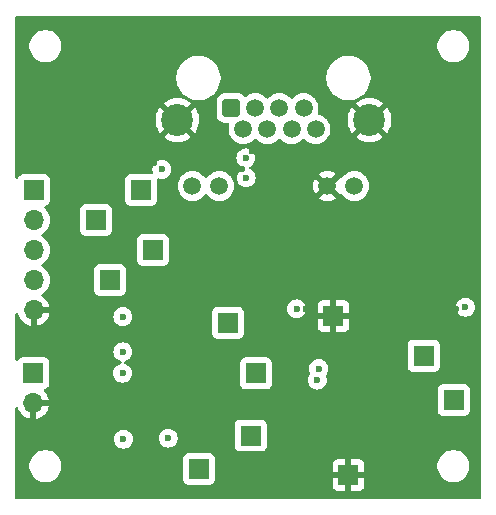
<source format=gbr>
%TF.GenerationSoftware,KiCad,Pcbnew,8.0.1*%
%TF.CreationDate,2024-08-08T22:12:17-07:00*%
%TF.ProjectId,spi_ethernet_mcu_side,7370695f-6574-4686-9572-6e65745f6d63,rev?*%
%TF.SameCoordinates,Original*%
%TF.FileFunction,Copper,L2,Inr*%
%TF.FilePolarity,Positive*%
%FSLAX46Y46*%
G04 Gerber Fmt 4.6, Leading zero omitted, Abs format (unit mm)*
G04 Created by KiCad (PCBNEW 8.0.1) date 2024-08-08 22:12:17*
%MOMM*%
%LPD*%
G01*
G04 APERTURE LIST*
G04 Aperture macros list*
%AMRoundRect*
0 Rectangle with rounded corners*
0 $1 Rounding radius*
0 $2 $3 $4 $5 $6 $7 $8 $9 X,Y pos of 4 corners*
0 Add a 4 corners polygon primitive as box body*
4,1,4,$2,$3,$4,$5,$6,$7,$8,$9,$2,$3,0*
0 Add four circle primitives for the rounded corners*
1,1,$1+$1,$2,$3*
1,1,$1+$1,$4,$5*
1,1,$1+$1,$6,$7*
1,1,$1+$1,$8,$9*
0 Add four rect primitives between the rounded corners*
20,1,$1+$1,$2,$3,$4,$5,0*
20,1,$1+$1,$4,$5,$6,$7,0*
20,1,$1+$1,$6,$7,$8,$9,0*
20,1,$1+$1,$8,$9,$2,$3,0*%
G04 Aperture macros list end*
%TA.AperFunction,ComponentPad*%
%ADD10R,1.700000X1.700000*%
%TD*%
%TA.AperFunction,ComponentPad*%
%ADD11C,2.700000*%
%TD*%
%TA.AperFunction,ComponentPad*%
%ADD12C,1.500000*%
%TD*%
%TA.AperFunction,ComponentPad*%
%ADD13RoundRect,0.250000X0.500000X0.500000X-0.500000X0.500000X-0.500000X-0.500000X0.500000X-0.500000X0*%
%TD*%
%TA.AperFunction,ComponentPad*%
%ADD14O,1.700000X1.700000*%
%TD*%
%TA.AperFunction,ViaPad*%
%ADD15C,0.600000*%
%TD*%
G04 APERTURE END LIST*
D10*
%TO.N,/SPI1_SCK_B*%
%TO.C,TP5*%
X145821400Y-87350600D03*
%TD*%
%TO.N,/SPI1_SCK_A*%
%TO.C,TP4*%
X143281400Y-83616800D03*
%TD*%
%TO.N,/SPI1_SDO_Z*%
%TO.C,TP2*%
X128625600Y-90373200D03*
%TD*%
%TO.N,/SPI1_SDO_Y*%
%TO.C,TP1*%
X124256800Y-93218000D03*
%TD*%
%TO.N,/SPI1_SCK*%
%TO.C,TP9*%
X119354600Y-69596000D03*
%TD*%
%TO.N,/SPI1_~{CS}*%
%TO.C,TP10*%
X115544600Y-72110600D03*
%TD*%
%TO.N,/SPI1_SDI_B*%
%TO.C,TP3*%
X129082800Y-85115400D03*
%TD*%
%TO.N,/SPI1_SDI*%
%TO.C,TP12*%
X116713000Y-77216000D03*
%TD*%
%TO.N,/SPI1_SDO*%
%TO.C,TP11*%
X120370600Y-74676000D03*
%TD*%
D11*
%TO.N,GND*%
%TO.C,J1*%
X138688000Y-63663400D03*
X122428000Y-63663400D03*
D12*
%TO.N,Net-(J1-Pad12)*%
X137418000Y-69243400D03*
%TO.N,GND*%
X135128000Y-69243400D03*
%TO.N,+3V3*%
X125988000Y-69243400D03*
%TO.N,Net-(J1-Pad9)*%
X123698000Y-69243400D03*
%TO.N,Net-(J1-Pad8)*%
X134128000Y-64423400D03*
%TO.N,Net-(J1-Pad7)*%
X133108000Y-62643400D03*
%TO.N,/SPI1_SDI_A*%
X132088000Y-64423400D03*
%TO.N,/SPI1_SCK_B*%
X131068000Y-62643400D03*
%TO.N,/SPI1_SCK_A*%
X130048000Y-64423400D03*
%TO.N,/SPI1_SDI_B*%
X129028000Y-62643400D03*
%TO.N,/SPI1_SDO_Z*%
X128008000Y-64423400D03*
D13*
%TO.N,/SPI1_SDO_Y*%
X126988000Y-62643400D03*
%TD*%
D10*
%TO.N,/SPI1_SDI_A*%
%TO.C,TP6*%
X126695200Y-80822800D03*
%TD*%
%TO.N,GND*%
%TO.C,TP8*%
X135636000Y-80264000D03*
%TD*%
%TO.N,/SPI1_SCK*%
%TO.C,J4*%
X110263200Y-69596000D03*
D14*
%TO.N,/SPI1_~{CS}*%
X110263200Y-72136000D03*
%TO.N,/SPI1_SDO*%
X110263200Y-74676000D03*
%TO.N,/SPI1_SDI*%
X110263200Y-77216000D03*
%TO.N,GND*%
X110263200Y-79756000D03*
%TD*%
D10*
%TO.N,+3V3*%
%TO.C,J3*%
X110236000Y-85085000D03*
D14*
%TO.N,GND*%
X110236000Y-87625000D03*
%TD*%
D10*
%TO.N,GND*%
%TO.C,TP7*%
X136906000Y-93726000D03*
%TD*%
D15*
%TO.N,GND*%
X146032485Y-79681888D03*
%TO.N,/SPI1_SCK_B*%
X146812000Y-79502000D03*
%TO.N,GND*%
X117856000Y-92202000D03*
%TO.N,+3V3*%
X117856000Y-90678000D03*
%TO.N,/SPI1_SCK*%
X121107200Y-67843400D03*
%TO.N,+3V3*%
X134264400Y-85674200D03*
X134391400Y-84709000D03*
X121640600Y-90601800D03*
X117805200Y-80314800D03*
X117805200Y-83286600D03*
X117779800Y-85090000D03*
%TO.N,GND*%
X136804400Y-88950800D03*
X137490200Y-74422000D03*
X128770192Y-66298189D03*
X137414000Y-83820000D03*
X128930400Y-87757000D03*
X120483976Y-67341807D03*
X120650000Y-82296000D03*
X137871200Y-84734400D03*
X133310804Y-79694351D03*
X120751600Y-88888800D03*
X136804400Y-90271600D03*
X127902130Y-67831607D03*
X121285000Y-83312000D03*
%TO.N,/SPI1_SDI_A*%
X128244600Y-68554600D03*
%TO.N,/SPI1_SDI_B*%
X128219200Y-66878200D03*
%TO.N,/SPI1_SCK*%
X132511800Y-79654400D03*
%TD*%
%TA.AperFunction,Conductor*%
%TO.N,GND*%
G36*
X148032539Y-54876185D02*
G01*
X148078294Y-54928989D01*
X148089500Y-54980500D01*
X148089500Y-95641500D01*
X148069815Y-95708539D01*
X148017011Y-95754294D01*
X147965500Y-95765500D01*
X108828500Y-95765500D01*
X108761461Y-95745815D01*
X108715706Y-95693011D01*
X108704500Y-95641500D01*
X108704500Y-94623844D01*
X135556000Y-94623844D01*
X135562401Y-94683372D01*
X135562403Y-94683379D01*
X135612645Y-94818086D01*
X135612649Y-94818093D01*
X135698809Y-94933187D01*
X135698812Y-94933190D01*
X135813906Y-95019350D01*
X135813913Y-95019354D01*
X135948620Y-95069596D01*
X135948627Y-95069598D01*
X136008155Y-95075999D01*
X136008172Y-95076000D01*
X136656000Y-95076000D01*
X136656000Y-94159012D01*
X136713007Y-94191925D01*
X136840174Y-94226000D01*
X136971826Y-94226000D01*
X137098993Y-94191925D01*
X137156000Y-94159012D01*
X137156000Y-95076000D01*
X137803828Y-95076000D01*
X137803844Y-95075999D01*
X137863372Y-95069598D01*
X137863379Y-95069596D01*
X137998086Y-95019354D01*
X137998093Y-95019350D01*
X138113187Y-94933190D01*
X138113190Y-94933187D01*
X138199350Y-94818093D01*
X138199354Y-94818086D01*
X138249596Y-94683379D01*
X138249598Y-94683372D01*
X138255999Y-94623844D01*
X138256000Y-94623827D01*
X138256000Y-93976000D01*
X137339012Y-93976000D01*
X137371925Y-93918993D01*
X137406000Y-93791826D01*
X137406000Y-93660174D01*
X137371925Y-93533007D01*
X137339012Y-93476000D01*
X138256000Y-93476000D01*
X138256000Y-93070286D01*
X144445500Y-93070286D01*
X144475559Y-93260075D01*
X144478754Y-93280243D01*
X144493589Y-93325901D01*
X144544444Y-93482414D01*
X144640951Y-93671820D01*
X144765890Y-93843786D01*
X144916213Y-93994109D01*
X145088179Y-94119048D01*
X145088181Y-94119049D01*
X145088184Y-94119051D01*
X145277588Y-94215557D01*
X145479757Y-94281246D01*
X145689713Y-94314500D01*
X145689714Y-94314500D01*
X145902286Y-94314500D01*
X145902287Y-94314500D01*
X146112243Y-94281246D01*
X146314412Y-94215557D01*
X146503816Y-94119051D01*
X146525789Y-94103086D01*
X146675786Y-93994109D01*
X146675788Y-93994106D01*
X146675792Y-93994104D01*
X146826104Y-93843792D01*
X146826106Y-93843788D01*
X146826109Y-93843786D01*
X146951048Y-93671820D01*
X146951047Y-93671820D01*
X146951051Y-93671816D01*
X147047557Y-93482412D01*
X147113246Y-93280243D01*
X147146500Y-93070287D01*
X147146500Y-92857713D01*
X147113246Y-92647757D01*
X147047557Y-92445588D01*
X146951051Y-92256184D01*
X146951049Y-92256181D01*
X146951048Y-92256179D01*
X146826109Y-92084213D01*
X146675786Y-91933890D01*
X146503820Y-91808951D01*
X146314414Y-91712444D01*
X146314413Y-91712443D01*
X146314412Y-91712443D01*
X146112243Y-91646754D01*
X146112241Y-91646753D01*
X146112240Y-91646753D01*
X145950957Y-91621208D01*
X145902287Y-91613500D01*
X145689713Y-91613500D01*
X145641042Y-91621208D01*
X145479760Y-91646753D01*
X145277585Y-91712444D01*
X145088179Y-91808951D01*
X144916213Y-91933890D01*
X144765890Y-92084213D01*
X144640951Y-92256179D01*
X144544444Y-92445585D01*
X144478753Y-92647760D01*
X144445500Y-92857713D01*
X144445500Y-93070286D01*
X138256000Y-93070286D01*
X138256000Y-92828172D01*
X138255999Y-92828155D01*
X138249598Y-92768627D01*
X138249596Y-92768620D01*
X138199354Y-92633913D01*
X138199350Y-92633906D01*
X138113190Y-92518812D01*
X138113187Y-92518809D01*
X137998093Y-92432649D01*
X137998086Y-92432645D01*
X137863379Y-92382403D01*
X137863372Y-92382401D01*
X137803844Y-92376000D01*
X137156000Y-92376000D01*
X137156000Y-93292988D01*
X137098993Y-93260075D01*
X136971826Y-93226000D01*
X136840174Y-93226000D01*
X136713007Y-93260075D01*
X136656000Y-93292988D01*
X136656000Y-92376000D01*
X136008155Y-92376000D01*
X135948627Y-92382401D01*
X135948620Y-92382403D01*
X135813913Y-92432645D01*
X135813906Y-92432649D01*
X135698812Y-92518809D01*
X135698809Y-92518812D01*
X135612649Y-92633906D01*
X135612645Y-92633913D01*
X135562403Y-92768620D01*
X135562401Y-92768627D01*
X135556000Y-92828155D01*
X135556000Y-93476000D01*
X136472988Y-93476000D01*
X136440075Y-93533007D01*
X136406000Y-93660174D01*
X136406000Y-93791826D01*
X136440075Y-93918993D01*
X136472988Y-93976000D01*
X135556000Y-93976000D01*
X135556000Y-94623844D01*
X108704500Y-94623844D01*
X108704500Y-93070286D01*
X109901500Y-93070286D01*
X109931559Y-93260075D01*
X109934754Y-93280243D01*
X109949589Y-93325901D01*
X110000444Y-93482414D01*
X110096951Y-93671820D01*
X110221890Y-93843786D01*
X110372213Y-93994109D01*
X110544179Y-94119048D01*
X110544181Y-94119049D01*
X110544184Y-94119051D01*
X110733588Y-94215557D01*
X110935757Y-94281246D01*
X111145713Y-94314500D01*
X111145714Y-94314500D01*
X111358286Y-94314500D01*
X111358287Y-94314500D01*
X111568243Y-94281246D01*
X111770412Y-94215557D01*
X111959816Y-94119051D01*
X111964194Y-94115870D01*
X122906300Y-94115870D01*
X122906301Y-94115876D01*
X122912708Y-94175483D01*
X122963002Y-94310328D01*
X122963006Y-94310335D01*
X123049252Y-94425544D01*
X123049255Y-94425547D01*
X123164464Y-94511793D01*
X123164471Y-94511797D01*
X123299317Y-94562091D01*
X123299316Y-94562091D01*
X123306244Y-94562835D01*
X123358927Y-94568500D01*
X125154672Y-94568499D01*
X125214283Y-94562091D01*
X125349131Y-94511796D01*
X125464346Y-94425546D01*
X125550596Y-94310331D01*
X125600891Y-94175483D01*
X125607300Y-94115873D01*
X125607299Y-92320128D01*
X125600891Y-92260517D01*
X125550596Y-92125669D01*
X125550595Y-92125668D01*
X125550593Y-92125664D01*
X125464347Y-92010455D01*
X125464344Y-92010452D01*
X125349135Y-91924206D01*
X125349128Y-91924202D01*
X125214282Y-91873908D01*
X125214283Y-91873908D01*
X125154683Y-91867501D01*
X125154681Y-91867500D01*
X125154673Y-91867500D01*
X125154664Y-91867500D01*
X123358929Y-91867500D01*
X123358923Y-91867501D01*
X123299316Y-91873908D01*
X123164471Y-91924202D01*
X123164464Y-91924206D01*
X123049255Y-92010452D01*
X123049252Y-92010455D01*
X122963006Y-92125664D01*
X122963002Y-92125671D01*
X122912708Y-92260517D01*
X122906301Y-92320116D01*
X122906301Y-92320123D01*
X122906300Y-92320135D01*
X122906300Y-94115870D01*
X111964194Y-94115870D01*
X111981789Y-94103086D01*
X112131786Y-93994109D01*
X112131788Y-93994106D01*
X112131792Y-93994104D01*
X112282104Y-93843792D01*
X112282106Y-93843788D01*
X112282109Y-93843786D01*
X112407048Y-93671820D01*
X112407047Y-93671820D01*
X112407051Y-93671816D01*
X112503557Y-93482412D01*
X112569246Y-93280243D01*
X112602500Y-93070287D01*
X112602500Y-92857713D01*
X112569246Y-92647757D01*
X112503557Y-92445588D01*
X112407051Y-92256184D01*
X112407049Y-92256181D01*
X112407048Y-92256179D01*
X112282109Y-92084213D01*
X112131786Y-91933890D01*
X111959820Y-91808951D01*
X111770414Y-91712444D01*
X111770413Y-91712443D01*
X111770412Y-91712443D01*
X111568243Y-91646754D01*
X111568241Y-91646753D01*
X111568240Y-91646753D01*
X111406957Y-91621208D01*
X111358287Y-91613500D01*
X111145713Y-91613500D01*
X111097042Y-91621208D01*
X110935760Y-91646753D01*
X110733585Y-91712444D01*
X110544179Y-91808951D01*
X110372213Y-91933890D01*
X110221890Y-92084213D01*
X110096951Y-92256179D01*
X110000444Y-92445585D01*
X109934753Y-92647760D01*
X109901500Y-92857713D01*
X109901500Y-93070286D01*
X108704500Y-93070286D01*
X108704500Y-90678003D01*
X117050435Y-90678003D01*
X117070630Y-90857249D01*
X117070631Y-90857254D01*
X117130211Y-91027523D01*
X117178304Y-91104062D01*
X117226184Y-91180262D01*
X117353738Y-91307816D01*
X117506478Y-91403789D01*
X117516698Y-91407365D01*
X117676745Y-91463368D01*
X117676750Y-91463369D01*
X117855996Y-91483565D01*
X117856000Y-91483565D01*
X117856004Y-91483565D01*
X118035249Y-91463369D01*
X118035252Y-91463368D01*
X118035255Y-91463368D01*
X118205522Y-91403789D01*
X118358262Y-91307816D01*
X118485816Y-91180262D01*
X118581789Y-91027522D01*
X118641368Y-90857255D01*
X118649954Y-90781054D01*
X118661565Y-90678003D01*
X118661565Y-90677996D01*
X118652980Y-90601803D01*
X120835035Y-90601803D01*
X120855230Y-90781049D01*
X120855231Y-90781054D01*
X120914811Y-90951323D01*
X120962691Y-91027523D01*
X121010784Y-91104062D01*
X121138338Y-91231616D01*
X121291078Y-91327589D01*
X121461345Y-91387168D01*
X121461350Y-91387169D01*
X121640596Y-91407365D01*
X121640600Y-91407365D01*
X121640604Y-91407365D01*
X121819849Y-91387169D01*
X121819852Y-91387168D01*
X121819855Y-91387168D01*
X121990122Y-91327589D01*
X122080071Y-91271070D01*
X127275100Y-91271070D01*
X127275101Y-91271076D01*
X127281508Y-91330683D01*
X127331802Y-91465528D01*
X127331806Y-91465535D01*
X127418052Y-91580744D01*
X127418055Y-91580747D01*
X127533264Y-91666993D01*
X127533271Y-91666997D01*
X127668117Y-91717291D01*
X127668116Y-91717291D01*
X127675044Y-91718035D01*
X127727727Y-91723700D01*
X129523472Y-91723699D01*
X129583083Y-91717291D01*
X129717931Y-91666996D01*
X129833146Y-91580746D01*
X129919396Y-91465531D01*
X129969691Y-91330683D01*
X129976100Y-91271073D01*
X129976099Y-89475328D01*
X129969691Y-89415717D01*
X129919396Y-89280869D01*
X129919395Y-89280868D01*
X129919393Y-89280864D01*
X129833147Y-89165655D01*
X129833144Y-89165652D01*
X129717935Y-89079406D01*
X129717928Y-89079402D01*
X129583082Y-89029108D01*
X129583083Y-89029108D01*
X129523483Y-89022701D01*
X129523481Y-89022700D01*
X129523473Y-89022700D01*
X129523464Y-89022700D01*
X127727729Y-89022700D01*
X127727723Y-89022701D01*
X127668116Y-89029108D01*
X127533271Y-89079402D01*
X127533264Y-89079406D01*
X127418055Y-89165652D01*
X127418052Y-89165655D01*
X127331806Y-89280864D01*
X127331802Y-89280871D01*
X127281508Y-89415717D01*
X127275101Y-89475316D01*
X127275101Y-89475323D01*
X127275100Y-89475335D01*
X127275100Y-91271070D01*
X122080071Y-91271070D01*
X122142862Y-91231616D01*
X122270416Y-91104062D01*
X122366389Y-90951322D01*
X122425968Y-90781055D01*
X122437579Y-90678003D01*
X122446165Y-90601803D01*
X122446165Y-90601796D01*
X122425969Y-90422550D01*
X122425968Y-90422545D01*
X122366389Y-90252278D01*
X122270416Y-90099538D01*
X122142862Y-89971984D01*
X121990123Y-89876011D01*
X121819854Y-89816431D01*
X121819849Y-89816430D01*
X121640604Y-89796235D01*
X121640596Y-89796235D01*
X121461350Y-89816430D01*
X121461345Y-89816431D01*
X121291076Y-89876011D01*
X121138337Y-89971984D01*
X121010784Y-90099537D01*
X120914811Y-90252276D01*
X120855231Y-90422545D01*
X120855230Y-90422550D01*
X120835035Y-90601796D01*
X120835035Y-90601803D01*
X118652980Y-90601803D01*
X118641369Y-90498750D01*
X118641368Y-90498745D01*
X118581788Y-90328476D01*
X118485815Y-90175737D01*
X118358262Y-90048184D01*
X118205523Y-89952211D01*
X118035254Y-89892631D01*
X118035249Y-89892630D01*
X117856004Y-89872435D01*
X117855996Y-89872435D01*
X117676750Y-89892630D01*
X117676745Y-89892631D01*
X117506476Y-89952211D01*
X117353737Y-90048184D01*
X117226184Y-90175737D01*
X117130211Y-90328476D01*
X117070631Y-90498745D01*
X117070630Y-90498750D01*
X117050435Y-90677996D01*
X117050435Y-90678003D01*
X108704500Y-90678003D01*
X108704500Y-88067239D01*
X108724185Y-88000200D01*
X108776989Y-87954445D01*
X108846147Y-87944501D01*
X108909703Y-87973526D01*
X108947477Y-88032304D01*
X108948275Y-88035146D01*
X108962566Y-88088483D01*
X108962570Y-88088492D01*
X109062399Y-88302578D01*
X109197894Y-88496082D01*
X109364917Y-88663105D01*
X109558421Y-88798600D01*
X109772507Y-88898429D01*
X109772516Y-88898433D01*
X109986000Y-88955634D01*
X109986000Y-88058012D01*
X110043007Y-88090925D01*
X110170174Y-88125000D01*
X110301826Y-88125000D01*
X110428993Y-88090925D01*
X110486000Y-88058012D01*
X110486000Y-88955633D01*
X110699483Y-88898433D01*
X110699492Y-88898429D01*
X110913578Y-88798600D01*
X111107082Y-88663105D01*
X111274105Y-88496082D01*
X111409600Y-88302578D01*
X111434831Y-88248470D01*
X144470900Y-88248470D01*
X144470901Y-88248476D01*
X144477308Y-88308083D01*
X144527602Y-88442928D01*
X144527606Y-88442935D01*
X144613852Y-88558144D01*
X144613855Y-88558147D01*
X144729064Y-88644393D01*
X144729071Y-88644397D01*
X144863917Y-88694691D01*
X144863916Y-88694691D01*
X144870844Y-88695435D01*
X144923527Y-88701100D01*
X146719272Y-88701099D01*
X146778883Y-88694691D01*
X146913731Y-88644396D01*
X147028946Y-88558146D01*
X147115196Y-88442931D01*
X147165491Y-88308083D01*
X147171900Y-88248473D01*
X147171899Y-86452728D01*
X147165491Y-86393117D01*
X147160150Y-86378798D01*
X147115197Y-86258271D01*
X147115193Y-86258264D01*
X147028947Y-86143055D01*
X147028944Y-86143052D01*
X146913735Y-86056806D01*
X146913728Y-86056802D01*
X146778882Y-86006508D01*
X146778883Y-86006508D01*
X146719283Y-86000101D01*
X146719281Y-86000100D01*
X146719273Y-86000100D01*
X146719264Y-86000100D01*
X144923529Y-86000100D01*
X144923523Y-86000101D01*
X144863916Y-86006508D01*
X144729071Y-86056802D01*
X144729064Y-86056806D01*
X144613855Y-86143052D01*
X144613852Y-86143055D01*
X144527606Y-86258264D01*
X144527602Y-86258271D01*
X144477308Y-86393117D01*
X144470901Y-86452716D01*
X144470901Y-86452723D01*
X144470900Y-86452735D01*
X144470900Y-88248470D01*
X111434831Y-88248470D01*
X111509429Y-88088492D01*
X111509432Y-88088486D01*
X111566636Y-87875000D01*
X110669012Y-87875000D01*
X110701925Y-87817993D01*
X110736000Y-87690826D01*
X110736000Y-87559174D01*
X110701925Y-87432007D01*
X110669012Y-87375000D01*
X111566636Y-87375000D01*
X111566635Y-87374999D01*
X111509432Y-87161513D01*
X111509429Y-87161507D01*
X111409600Y-86947422D01*
X111409599Y-86947420D01*
X111274113Y-86753926D01*
X111274108Y-86753920D01*
X111152053Y-86631865D01*
X111118568Y-86570542D01*
X111123552Y-86500850D01*
X111165424Y-86444917D01*
X111196400Y-86428002D01*
X111328331Y-86378796D01*
X111443546Y-86292546D01*
X111529796Y-86177331D01*
X111580091Y-86042483D01*
X111583232Y-86013270D01*
X127732300Y-86013270D01*
X127732301Y-86013276D01*
X127738708Y-86072883D01*
X127789002Y-86207728D01*
X127789006Y-86207735D01*
X127875252Y-86322944D01*
X127875255Y-86322947D01*
X127990464Y-86409193D01*
X127990471Y-86409197D01*
X128125317Y-86459491D01*
X128125316Y-86459491D01*
X128126042Y-86459569D01*
X128184927Y-86465900D01*
X129980672Y-86465899D01*
X130040283Y-86459491D01*
X130175131Y-86409196D01*
X130290346Y-86322946D01*
X130376596Y-86207731D01*
X130426891Y-86072883D01*
X130433300Y-86013273D01*
X130433300Y-85674203D01*
X133458835Y-85674203D01*
X133479030Y-85853449D01*
X133479031Y-85853454D01*
X133538611Y-86023723D01*
X133559399Y-86056806D01*
X133634584Y-86176462D01*
X133762138Y-86304016D01*
X133852480Y-86360782D01*
X133903939Y-86393116D01*
X133914878Y-86399989D01*
X134084925Y-86459491D01*
X134085145Y-86459568D01*
X134085150Y-86459569D01*
X134264396Y-86479765D01*
X134264400Y-86479765D01*
X134264404Y-86479765D01*
X134443649Y-86459569D01*
X134443652Y-86459568D01*
X134443655Y-86459568D01*
X134613922Y-86399989D01*
X134766662Y-86304016D01*
X134894216Y-86176462D01*
X134990189Y-86023722D01*
X135049768Y-85853455D01*
X135054012Y-85815788D01*
X135069965Y-85674203D01*
X135069965Y-85674196D01*
X135049769Y-85494950D01*
X135049767Y-85494940D01*
X135022860Y-85418047D01*
X134994565Y-85337186D01*
X134991003Y-85267410D01*
X135018601Y-85218083D01*
X135016875Y-85216706D01*
X135021215Y-85211263D01*
X135050210Y-85165119D01*
X135117189Y-85058522D01*
X135176768Y-84888255D01*
X135183969Y-84824344D01*
X135196965Y-84709003D01*
X135196965Y-84708996D01*
X135176769Y-84529750D01*
X135176768Y-84529745D01*
X135171493Y-84514670D01*
X141930900Y-84514670D01*
X141930901Y-84514676D01*
X141937308Y-84574283D01*
X141987602Y-84709128D01*
X141987606Y-84709135D01*
X142073852Y-84824344D01*
X142073855Y-84824347D01*
X142189064Y-84910593D01*
X142189071Y-84910597D01*
X142323917Y-84960891D01*
X142323916Y-84960891D01*
X142330844Y-84961635D01*
X142383527Y-84967300D01*
X144179272Y-84967299D01*
X144238883Y-84960891D01*
X144373731Y-84910596D01*
X144488946Y-84824346D01*
X144575196Y-84709131D01*
X144625491Y-84574283D01*
X144631900Y-84514673D01*
X144631899Y-82718928D01*
X144625491Y-82659317D01*
X144624546Y-82656784D01*
X144575197Y-82524471D01*
X144575193Y-82524464D01*
X144488947Y-82409255D01*
X144488944Y-82409252D01*
X144373735Y-82323006D01*
X144373728Y-82323002D01*
X144238882Y-82272708D01*
X144238883Y-82272708D01*
X144179283Y-82266301D01*
X144179281Y-82266300D01*
X144179273Y-82266300D01*
X144179264Y-82266300D01*
X142383529Y-82266300D01*
X142383523Y-82266301D01*
X142323916Y-82272708D01*
X142189071Y-82323002D01*
X142189064Y-82323006D01*
X142073855Y-82409252D01*
X142073852Y-82409255D01*
X141987606Y-82524464D01*
X141987602Y-82524471D01*
X141937308Y-82659317D01*
X141930901Y-82718916D01*
X141930901Y-82718923D01*
X141930900Y-82718935D01*
X141930900Y-84514670D01*
X135171493Y-84514670D01*
X135171491Y-84514664D01*
X135117189Y-84359478D01*
X135021216Y-84206738D01*
X134893662Y-84079184D01*
X134804348Y-84023064D01*
X134740923Y-83983211D01*
X134570654Y-83923631D01*
X134570649Y-83923630D01*
X134391404Y-83903435D01*
X134391396Y-83903435D01*
X134212150Y-83923630D01*
X134212145Y-83923631D01*
X134041876Y-83983211D01*
X133889137Y-84079184D01*
X133761584Y-84206737D01*
X133665611Y-84359476D01*
X133606031Y-84529745D01*
X133606030Y-84529750D01*
X133585835Y-84708996D01*
X133585835Y-84709003D01*
X133606030Y-84888249D01*
X133606032Y-84888257D01*
X133661233Y-85046013D01*
X133664794Y-85115792D01*
X133637209Y-85165119D01*
X133638928Y-85166490D01*
X133634586Y-85171934D01*
X133538611Y-85324676D01*
X133479031Y-85494945D01*
X133479030Y-85494950D01*
X133458835Y-85674196D01*
X133458835Y-85674203D01*
X130433300Y-85674203D01*
X130433299Y-84217528D01*
X130426891Y-84157917D01*
X130415552Y-84127516D01*
X130376597Y-84023071D01*
X130376593Y-84023064D01*
X130290347Y-83907855D01*
X130290344Y-83907852D01*
X130175135Y-83821606D01*
X130175128Y-83821602D01*
X130040282Y-83771308D01*
X130040283Y-83771308D01*
X129980683Y-83764901D01*
X129980681Y-83764900D01*
X129980673Y-83764900D01*
X129980664Y-83764900D01*
X128184929Y-83764900D01*
X128184923Y-83764901D01*
X128125316Y-83771308D01*
X127990471Y-83821602D01*
X127990464Y-83821606D01*
X127875255Y-83907852D01*
X127875252Y-83907855D01*
X127789006Y-84023064D01*
X127789002Y-84023071D01*
X127738708Y-84157917D01*
X127735568Y-84187127D01*
X127732301Y-84217523D01*
X127732300Y-84217535D01*
X127732300Y-86013270D01*
X111583232Y-86013270D01*
X111586500Y-85982873D01*
X111586500Y-85090003D01*
X116974235Y-85090003D01*
X116994430Y-85269249D01*
X116994431Y-85269254D01*
X117054011Y-85439523D01*
X117149984Y-85592262D01*
X117277538Y-85719816D01*
X117430278Y-85815789D01*
X117600545Y-85875368D01*
X117600550Y-85875369D01*
X117779796Y-85895565D01*
X117779800Y-85895565D01*
X117779804Y-85895565D01*
X117959049Y-85875369D01*
X117959052Y-85875368D01*
X117959055Y-85875368D01*
X118129322Y-85815789D01*
X118282062Y-85719816D01*
X118409616Y-85592262D01*
X118505589Y-85439522D01*
X118565168Y-85269255D01*
X118571702Y-85211263D01*
X118585365Y-85090003D01*
X118585365Y-85089996D01*
X118565169Y-84910750D01*
X118565168Y-84910745D01*
X118505588Y-84740476D01*
X118409615Y-84587737D01*
X118282062Y-84460184D01*
X118129323Y-84364211D01*
X117972921Y-84309484D01*
X117916145Y-84268762D01*
X117890398Y-84203809D01*
X117903854Y-84135248D01*
X117952241Y-84084845D01*
X117978055Y-84074764D01*
X117977882Y-84074268D01*
X118000436Y-84066376D01*
X118154722Y-84012389D01*
X118307462Y-83916416D01*
X118435016Y-83788862D01*
X118530989Y-83636122D01*
X118590568Y-83465855D01*
X118610765Y-83286600D01*
X118590568Y-83107345D01*
X118530989Y-82937078D01*
X118435016Y-82784338D01*
X118307462Y-82656784D01*
X118154723Y-82560811D01*
X117984454Y-82501231D01*
X117984449Y-82501230D01*
X117805204Y-82481035D01*
X117805196Y-82481035D01*
X117625950Y-82501230D01*
X117625945Y-82501231D01*
X117455676Y-82560811D01*
X117302937Y-82656784D01*
X117175384Y-82784337D01*
X117079411Y-82937076D01*
X117019831Y-83107345D01*
X117019830Y-83107350D01*
X116999635Y-83286596D01*
X116999635Y-83286603D01*
X117019830Y-83465849D01*
X117019831Y-83465854D01*
X117079411Y-83636123D01*
X117145252Y-83740908D01*
X117175384Y-83788862D01*
X117302938Y-83916416D01*
X117455678Y-84012389D01*
X117612078Y-84067115D01*
X117668853Y-84107837D01*
X117694601Y-84172789D01*
X117681145Y-84241351D01*
X117632758Y-84291754D01*
X117606944Y-84301836D01*
X117607118Y-84302332D01*
X117430276Y-84364211D01*
X117277537Y-84460184D01*
X117149984Y-84587737D01*
X117054011Y-84740476D01*
X116994431Y-84910745D01*
X116994430Y-84910750D01*
X116974235Y-85089996D01*
X116974235Y-85090003D01*
X111586500Y-85090003D01*
X111586499Y-84187128D01*
X111580091Y-84127517D01*
X111564175Y-84084845D01*
X111529797Y-83992671D01*
X111529793Y-83992664D01*
X111443547Y-83877455D01*
X111443544Y-83877452D01*
X111328335Y-83791206D01*
X111328328Y-83791202D01*
X111193482Y-83740908D01*
X111193483Y-83740908D01*
X111133883Y-83734501D01*
X111133881Y-83734500D01*
X111133873Y-83734500D01*
X111133864Y-83734500D01*
X109338129Y-83734500D01*
X109338123Y-83734501D01*
X109278516Y-83740908D01*
X109143671Y-83791202D01*
X109143664Y-83791206D01*
X109028455Y-83877452D01*
X109028452Y-83877455D01*
X108942206Y-83992664D01*
X108937953Y-84000454D01*
X108935064Y-83998876D01*
X108902792Y-84041971D01*
X108837323Y-84066376D01*
X108769052Y-84051511D01*
X108719657Y-84002096D01*
X108704500Y-83942690D01*
X108704500Y-81720670D01*
X125344700Y-81720670D01*
X125344701Y-81720676D01*
X125351108Y-81780283D01*
X125401402Y-81915128D01*
X125401406Y-81915135D01*
X125487652Y-82030344D01*
X125487655Y-82030347D01*
X125602864Y-82116593D01*
X125602871Y-82116597D01*
X125737717Y-82166891D01*
X125737716Y-82166891D01*
X125744644Y-82167635D01*
X125797327Y-82173300D01*
X127593072Y-82173299D01*
X127652683Y-82166891D01*
X127787531Y-82116596D01*
X127902746Y-82030346D01*
X127988996Y-81915131D01*
X128039291Y-81780283D01*
X128045700Y-81720673D01*
X128045700Y-81161844D01*
X134286000Y-81161844D01*
X134292401Y-81221372D01*
X134292403Y-81221379D01*
X134342645Y-81356086D01*
X134342649Y-81356093D01*
X134428809Y-81471187D01*
X134428812Y-81471190D01*
X134543906Y-81557350D01*
X134543913Y-81557354D01*
X134678620Y-81607596D01*
X134678627Y-81607598D01*
X134738155Y-81613999D01*
X134738172Y-81614000D01*
X135386000Y-81614000D01*
X135386000Y-80697012D01*
X135443007Y-80729925D01*
X135570174Y-80764000D01*
X135701826Y-80764000D01*
X135828993Y-80729925D01*
X135886000Y-80697012D01*
X135886000Y-81614000D01*
X136533828Y-81614000D01*
X136533844Y-81613999D01*
X136593372Y-81607598D01*
X136593379Y-81607596D01*
X136728086Y-81557354D01*
X136728093Y-81557350D01*
X136843187Y-81471190D01*
X136843190Y-81471187D01*
X136929350Y-81356093D01*
X136929354Y-81356086D01*
X136979596Y-81221379D01*
X136979598Y-81221372D01*
X136985999Y-81161844D01*
X136986000Y-81161827D01*
X136986000Y-80514000D01*
X136069012Y-80514000D01*
X136101925Y-80456993D01*
X136136000Y-80329826D01*
X136136000Y-80198174D01*
X136101925Y-80071007D01*
X136069012Y-80014000D01*
X136986000Y-80014000D01*
X136986000Y-79502003D01*
X146006435Y-79502003D01*
X146026630Y-79681249D01*
X146026631Y-79681254D01*
X146086211Y-79851523D01*
X146169410Y-79983932D01*
X146182184Y-80004262D01*
X146309738Y-80131816D01*
X146315673Y-80135545D01*
X146453145Y-80221925D01*
X146462478Y-80227789D01*
X146623734Y-80284215D01*
X146632745Y-80287368D01*
X146632750Y-80287369D01*
X146811996Y-80307565D01*
X146812000Y-80307565D01*
X146812004Y-80307565D01*
X146991249Y-80287369D01*
X146991252Y-80287368D01*
X146991255Y-80287368D01*
X147161522Y-80227789D01*
X147314262Y-80131816D01*
X147441816Y-80004262D01*
X147537789Y-79851522D01*
X147597368Y-79681255D01*
X147597369Y-79681249D01*
X147617565Y-79502003D01*
X147617565Y-79501996D01*
X147597369Y-79322750D01*
X147597368Y-79322745D01*
X147574013Y-79256000D01*
X147537789Y-79152478D01*
X147537575Y-79152138D01*
X147441815Y-78999737D01*
X147314262Y-78872184D01*
X147161523Y-78776211D01*
X146991254Y-78716631D01*
X146991249Y-78716630D01*
X146812004Y-78696435D01*
X146811996Y-78696435D01*
X146632750Y-78716630D01*
X146632745Y-78716631D01*
X146462476Y-78776211D01*
X146309737Y-78872184D01*
X146182184Y-78999737D01*
X146086211Y-79152476D01*
X146026631Y-79322745D01*
X146026630Y-79322750D01*
X146006435Y-79501996D01*
X146006435Y-79502003D01*
X136986000Y-79502003D01*
X136986000Y-79366172D01*
X136985999Y-79366155D01*
X136979598Y-79306627D01*
X136979596Y-79306620D01*
X136929354Y-79171913D01*
X136929350Y-79171906D01*
X136843190Y-79056812D01*
X136843187Y-79056809D01*
X136728093Y-78970649D01*
X136728086Y-78970645D01*
X136593379Y-78920403D01*
X136593372Y-78920401D01*
X136533844Y-78914000D01*
X135886000Y-78914000D01*
X135886000Y-79830988D01*
X135828993Y-79798075D01*
X135701826Y-79764000D01*
X135570174Y-79764000D01*
X135443007Y-79798075D01*
X135386000Y-79830988D01*
X135386000Y-78914000D01*
X134738155Y-78914000D01*
X134678627Y-78920401D01*
X134678620Y-78920403D01*
X134543913Y-78970645D01*
X134543906Y-78970649D01*
X134428812Y-79056809D01*
X134428809Y-79056812D01*
X134342649Y-79171906D01*
X134342645Y-79171913D01*
X134292403Y-79306620D01*
X134292401Y-79306627D01*
X134286000Y-79366155D01*
X134286000Y-80014000D01*
X135202988Y-80014000D01*
X135170075Y-80071007D01*
X135136000Y-80198174D01*
X135136000Y-80329826D01*
X135170075Y-80456993D01*
X135202988Y-80514000D01*
X134286000Y-80514000D01*
X134286000Y-81161844D01*
X128045700Y-81161844D01*
X128045699Y-79924928D01*
X128039291Y-79865317D01*
X128034146Y-79851523D01*
X127988997Y-79730471D01*
X127988993Y-79730464D01*
X127932053Y-79654403D01*
X131706235Y-79654403D01*
X131726430Y-79833649D01*
X131726431Y-79833654D01*
X131786011Y-80003923D01*
X131866372Y-80131816D01*
X131881984Y-80156662D01*
X132009538Y-80284216D01*
X132162278Y-80380189D01*
X132314855Y-80433578D01*
X132332545Y-80439768D01*
X132332550Y-80439769D01*
X132511796Y-80459965D01*
X132511800Y-80459965D01*
X132511804Y-80459965D01*
X132691049Y-80439769D01*
X132691052Y-80439768D01*
X132691055Y-80439768D01*
X132861322Y-80380189D01*
X133014062Y-80284216D01*
X133141616Y-80156662D01*
X133237589Y-80003922D01*
X133297168Y-79833655D01*
X133298501Y-79821826D01*
X133317365Y-79654403D01*
X133317365Y-79654396D01*
X133297169Y-79475150D01*
X133297168Y-79475145D01*
X133255443Y-79355901D01*
X133237589Y-79304878D01*
X133229821Y-79292516D01*
X133154037Y-79171906D01*
X133141616Y-79152138D01*
X133014062Y-79024584D01*
X132974520Y-78999738D01*
X132861323Y-78928611D01*
X132691054Y-78869031D01*
X132691049Y-78869030D01*
X132511804Y-78848835D01*
X132511796Y-78848835D01*
X132332550Y-78869030D01*
X132332545Y-78869031D01*
X132162276Y-78928611D01*
X132009537Y-79024584D01*
X131881984Y-79152137D01*
X131786011Y-79304876D01*
X131726431Y-79475145D01*
X131726430Y-79475150D01*
X131706235Y-79654396D01*
X131706235Y-79654403D01*
X127932053Y-79654403D01*
X127902747Y-79615255D01*
X127902744Y-79615252D01*
X127787535Y-79529006D01*
X127787528Y-79529002D01*
X127652682Y-79478708D01*
X127652683Y-79478708D01*
X127593083Y-79472301D01*
X127593081Y-79472300D01*
X127593073Y-79472300D01*
X127593064Y-79472300D01*
X125797329Y-79472300D01*
X125797323Y-79472301D01*
X125737716Y-79478708D01*
X125602871Y-79529002D01*
X125602864Y-79529006D01*
X125487655Y-79615252D01*
X125487652Y-79615255D01*
X125401406Y-79730464D01*
X125401402Y-79730471D01*
X125351108Y-79865317D01*
X125344701Y-79924916D01*
X125344701Y-79924923D01*
X125344700Y-79924935D01*
X125344700Y-81720670D01*
X108704500Y-81720670D01*
X108704500Y-80096726D01*
X108724185Y-80029687D01*
X108776989Y-79983932D01*
X108846147Y-79973988D01*
X108909703Y-80003013D01*
X108947477Y-80061791D01*
X108948275Y-80064633D01*
X108989766Y-80219483D01*
X108989770Y-80219492D01*
X109089599Y-80433578D01*
X109225094Y-80627082D01*
X109392117Y-80794105D01*
X109585621Y-80929600D01*
X109799707Y-81029429D01*
X109799716Y-81029433D01*
X110013200Y-81086634D01*
X110013200Y-80189012D01*
X110070207Y-80221925D01*
X110197374Y-80256000D01*
X110329026Y-80256000D01*
X110456193Y-80221925D01*
X110513200Y-80189012D01*
X110513200Y-81086633D01*
X110726683Y-81029433D01*
X110726692Y-81029429D01*
X110940778Y-80929600D01*
X111134282Y-80794105D01*
X111301305Y-80627082D01*
X111436800Y-80433578D01*
X111492185Y-80314803D01*
X116999635Y-80314803D01*
X117019830Y-80494049D01*
X117019831Y-80494054D01*
X117079411Y-80664323D01*
X117120632Y-80729925D01*
X117175384Y-80817062D01*
X117302938Y-80944616D01*
X117455678Y-81040589D01*
X117587264Y-81086633D01*
X117625945Y-81100168D01*
X117625950Y-81100169D01*
X117805196Y-81120365D01*
X117805200Y-81120365D01*
X117805204Y-81120365D01*
X117984449Y-81100169D01*
X117984452Y-81100168D01*
X117984455Y-81100168D01*
X118154722Y-81040589D01*
X118307462Y-80944616D01*
X118435016Y-80817062D01*
X118530989Y-80664322D01*
X118590568Y-80494055D01*
X118597382Y-80433578D01*
X118610765Y-80314803D01*
X118610765Y-80314796D01*
X118590569Y-80135550D01*
X118590568Y-80135545D01*
X118564760Y-80061791D01*
X118530989Y-79965278D01*
X118520756Y-79948993D01*
X118468179Y-79865317D01*
X118435016Y-79812538D01*
X118307462Y-79684984D01*
X118219956Y-79630000D01*
X118154723Y-79589011D01*
X117984454Y-79529431D01*
X117984449Y-79529430D01*
X117805204Y-79509235D01*
X117805196Y-79509235D01*
X117625950Y-79529430D01*
X117625945Y-79529431D01*
X117455676Y-79589011D01*
X117302937Y-79684984D01*
X117175384Y-79812537D01*
X117079411Y-79965276D01*
X117019831Y-80135545D01*
X117019830Y-80135550D01*
X116999635Y-80314796D01*
X116999635Y-80314803D01*
X111492185Y-80314803D01*
X111536629Y-80219492D01*
X111536632Y-80219486D01*
X111593836Y-80006000D01*
X110696212Y-80006000D01*
X110729125Y-79948993D01*
X110763200Y-79821826D01*
X110763200Y-79690174D01*
X110729125Y-79563007D01*
X110696212Y-79506000D01*
X111593836Y-79506000D01*
X111593835Y-79505999D01*
X111536632Y-79292513D01*
X111536629Y-79292507D01*
X111436800Y-79078422D01*
X111436799Y-79078420D01*
X111301313Y-78884926D01*
X111301308Y-78884920D01*
X111134278Y-78717890D01*
X110948605Y-78587879D01*
X110904980Y-78533302D01*
X110897788Y-78463804D01*
X110929310Y-78401449D01*
X110948606Y-78384730D01*
X111134601Y-78254495D01*
X111275226Y-78113870D01*
X115362500Y-78113870D01*
X115362501Y-78113876D01*
X115368908Y-78173483D01*
X115419202Y-78308328D01*
X115419206Y-78308335D01*
X115505452Y-78423544D01*
X115505455Y-78423547D01*
X115620664Y-78509793D01*
X115620671Y-78509797D01*
X115755517Y-78560091D01*
X115755516Y-78560091D01*
X115762444Y-78560835D01*
X115815127Y-78566500D01*
X117610872Y-78566499D01*
X117670483Y-78560091D01*
X117805331Y-78509796D01*
X117920546Y-78423546D01*
X118006796Y-78308331D01*
X118057091Y-78173483D01*
X118063500Y-78113873D01*
X118063499Y-76318128D01*
X118057091Y-76258517D01*
X118006796Y-76123669D01*
X118006795Y-76123668D01*
X118006793Y-76123664D01*
X117920547Y-76008455D01*
X117920544Y-76008452D01*
X117805335Y-75922206D01*
X117805328Y-75922202D01*
X117670482Y-75871908D01*
X117670483Y-75871908D01*
X117610883Y-75865501D01*
X117610881Y-75865500D01*
X117610873Y-75865500D01*
X117610864Y-75865500D01*
X115815129Y-75865500D01*
X115815123Y-75865501D01*
X115755516Y-75871908D01*
X115620671Y-75922202D01*
X115620664Y-75922206D01*
X115505455Y-76008452D01*
X115505452Y-76008455D01*
X115419206Y-76123664D01*
X115419202Y-76123671D01*
X115368908Y-76258517D01*
X115362501Y-76318116D01*
X115362501Y-76318123D01*
X115362500Y-76318135D01*
X115362500Y-78113870D01*
X111275226Y-78113870D01*
X111301695Y-78087401D01*
X111437235Y-77893830D01*
X111537103Y-77679663D01*
X111598263Y-77451408D01*
X111618859Y-77216000D01*
X111598263Y-76980592D01*
X111537103Y-76752337D01*
X111437235Y-76538171D01*
X111301695Y-76344599D01*
X111301694Y-76344597D01*
X111134602Y-76177506D01*
X111134596Y-76177501D01*
X110949042Y-76047575D01*
X110905417Y-75992998D01*
X110898223Y-75923500D01*
X110929746Y-75861145D01*
X110949042Y-75844425D01*
X110971226Y-75828891D01*
X111134601Y-75714495D01*
X111275226Y-75573870D01*
X119020100Y-75573870D01*
X119020101Y-75573876D01*
X119026508Y-75633483D01*
X119076802Y-75768328D01*
X119076806Y-75768335D01*
X119163052Y-75883544D01*
X119163055Y-75883547D01*
X119278264Y-75969793D01*
X119278271Y-75969797D01*
X119413117Y-76020091D01*
X119413116Y-76020091D01*
X119420044Y-76020835D01*
X119472727Y-76026500D01*
X121268472Y-76026499D01*
X121328083Y-76020091D01*
X121462931Y-75969796D01*
X121578146Y-75883546D01*
X121664396Y-75768331D01*
X121714691Y-75633483D01*
X121721100Y-75573873D01*
X121721099Y-73778128D01*
X121714691Y-73718517D01*
X121664396Y-73583669D01*
X121664395Y-73583668D01*
X121664393Y-73583664D01*
X121578147Y-73468455D01*
X121578144Y-73468452D01*
X121462935Y-73382206D01*
X121462928Y-73382202D01*
X121328082Y-73331908D01*
X121328083Y-73331908D01*
X121268483Y-73325501D01*
X121268481Y-73325500D01*
X121268473Y-73325500D01*
X121268464Y-73325500D01*
X119472729Y-73325500D01*
X119472723Y-73325501D01*
X119413116Y-73331908D01*
X119278271Y-73382202D01*
X119278264Y-73382206D01*
X119163055Y-73468452D01*
X119163052Y-73468455D01*
X119076806Y-73583664D01*
X119076802Y-73583671D01*
X119026508Y-73718517D01*
X119020101Y-73778116D01*
X119020101Y-73778123D01*
X119020100Y-73778135D01*
X119020100Y-75573870D01*
X111275226Y-75573870D01*
X111301695Y-75547401D01*
X111437235Y-75353830D01*
X111537103Y-75139663D01*
X111598263Y-74911408D01*
X111618859Y-74676000D01*
X111598263Y-74440592D01*
X111537103Y-74212337D01*
X111437235Y-73998171D01*
X111301695Y-73804599D01*
X111301694Y-73804597D01*
X111134602Y-73637506D01*
X111134596Y-73637501D01*
X110949042Y-73507575D01*
X110905417Y-73452998D01*
X110898223Y-73383500D01*
X110929746Y-73321145D01*
X110949042Y-73304425D01*
X110971226Y-73288891D01*
X111134601Y-73174495D01*
X111300626Y-73008470D01*
X114194100Y-73008470D01*
X114194101Y-73008476D01*
X114200508Y-73068083D01*
X114250802Y-73202928D01*
X114250806Y-73202935D01*
X114337052Y-73318144D01*
X114337055Y-73318147D01*
X114452264Y-73404393D01*
X114452271Y-73404397D01*
X114587117Y-73454691D01*
X114587116Y-73454691D01*
X114594044Y-73455435D01*
X114646727Y-73461100D01*
X116442472Y-73461099D01*
X116502083Y-73454691D01*
X116636931Y-73404396D01*
X116752146Y-73318146D01*
X116838396Y-73202931D01*
X116888691Y-73068083D01*
X116895100Y-73008473D01*
X116895099Y-71212728D01*
X116888691Y-71153117D01*
X116874257Y-71114418D01*
X116838397Y-71018271D01*
X116838393Y-71018264D01*
X116752147Y-70903055D01*
X116752144Y-70903052D01*
X116636935Y-70816806D01*
X116636928Y-70816802D01*
X116502082Y-70766508D01*
X116502083Y-70766508D01*
X116442483Y-70760101D01*
X116442481Y-70760100D01*
X116442473Y-70760100D01*
X116442464Y-70760100D01*
X114646729Y-70760100D01*
X114646723Y-70760101D01*
X114587116Y-70766508D01*
X114452271Y-70816802D01*
X114452264Y-70816806D01*
X114337055Y-70903052D01*
X114337052Y-70903055D01*
X114250806Y-71018264D01*
X114250802Y-71018271D01*
X114200508Y-71153117D01*
X114194101Y-71212716D01*
X114194101Y-71212723D01*
X114194100Y-71212735D01*
X114194100Y-73008470D01*
X111300626Y-73008470D01*
X111301695Y-73007401D01*
X111437235Y-72813830D01*
X111537103Y-72599663D01*
X111598263Y-72371408D01*
X111618859Y-72136000D01*
X111598263Y-71900592D01*
X111537103Y-71672337D01*
X111437235Y-71458171D01*
X111301695Y-71264599D01*
X111179767Y-71142671D01*
X111146284Y-71081351D01*
X111151268Y-71011659D01*
X111193139Y-70955725D01*
X111224115Y-70938810D01*
X111355531Y-70889796D01*
X111470746Y-70803546D01*
X111556996Y-70688331D01*
X111607291Y-70553483D01*
X111613700Y-70493873D01*
X111613700Y-70493870D01*
X118004100Y-70493870D01*
X118004101Y-70493876D01*
X118010508Y-70553483D01*
X118060802Y-70688328D01*
X118060806Y-70688335D01*
X118147052Y-70803544D01*
X118147055Y-70803547D01*
X118262264Y-70889793D01*
X118262271Y-70889797D01*
X118397117Y-70940091D01*
X118397116Y-70940091D01*
X118404044Y-70940835D01*
X118456727Y-70946500D01*
X120252472Y-70946499D01*
X120312083Y-70940091D01*
X120446931Y-70889796D01*
X120562146Y-70803546D01*
X120648396Y-70688331D01*
X120698691Y-70553483D01*
X120705100Y-70493873D01*
X120705099Y-69243402D01*
X122442723Y-69243402D01*
X122461793Y-69461375D01*
X122461793Y-69461379D01*
X122518422Y-69672722D01*
X122518424Y-69672726D01*
X122518425Y-69672730D01*
X122528064Y-69693400D01*
X122610897Y-69871038D01*
X122635998Y-69906886D01*
X122736402Y-70050277D01*
X122891123Y-70204998D01*
X123070361Y-70330502D01*
X123268670Y-70422975D01*
X123480023Y-70479607D01*
X123662926Y-70495608D01*
X123697998Y-70498677D01*
X123698000Y-70498677D01*
X123698002Y-70498677D01*
X123726254Y-70496205D01*
X123915977Y-70479607D01*
X124127330Y-70422975D01*
X124325639Y-70330502D01*
X124504877Y-70204998D01*
X124659598Y-70050277D01*
X124741426Y-69933413D01*
X124796002Y-69889790D01*
X124865501Y-69882598D01*
X124927855Y-69914120D01*
X124944570Y-69933410D01*
X125026402Y-70050277D01*
X125181123Y-70204998D01*
X125360361Y-70330502D01*
X125558670Y-70422975D01*
X125770023Y-70479607D01*
X125952926Y-70495608D01*
X125987998Y-70498677D01*
X125988000Y-70498677D01*
X125988002Y-70498677D01*
X126016254Y-70496205D01*
X126205977Y-70479607D01*
X126417330Y-70422975D01*
X126615639Y-70330502D01*
X126794877Y-70204998D01*
X126949598Y-70050277D01*
X127075102Y-69871039D01*
X127167575Y-69672730D01*
X127224207Y-69461377D01*
X127243277Y-69243400D01*
X127224207Y-69025423D01*
X127167575Y-68814070D01*
X127075102Y-68615762D01*
X127075100Y-68615759D01*
X127075099Y-68615757D01*
X126949599Y-68436524D01*
X126888420Y-68375345D01*
X126794877Y-68281802D01*
X126656978Y-68185244D01*
X126615638Y-68156297D01*
X126453188Y-68080546D01*
X126417330Y-68063825D01*
X126417326Y-68063824D01*
X126417322Y-68063822D01*
X126205977Y-68007193D01*
X125988002Y-67988123D01*
X125987998Y-67988123D01*
X125842682Y-68000836D01*
X125770023Y-68007193D01*
X125770020Y-68007193D01*
X125558677Y-68063822D01*
X125558668Y-68063826D01*
X125360361Y-68156298D01*
X125360357Y-68156300D01*
X125181121Y-68281802D01*
X125026402Y-68436521D01*
X124944575Y-68553384D01*
X124889998Y-68597009D01*
X124820500Y-68604203D01*
X124758145Y-68572680D01*
X124741425Y-68553384D01*
X124659599Y-68436524D01*
X124598420Y-68375345D01*
X124504877Y-68281802D01*
X124366978Y-68185244D01*
X124325638Y-68156297D01*
X124163188Y-68080546D01*
X124127330Y-68063825D01*
X124127326Y-68063824D01*
X124127322Y-68063822D01*
X123915977Y-68007193D01*
X123698002Y-67988123D01*
X123697998Y-67988123D01*
X123552682Y-68000836D01*
X123480023Y-68007193D01*
X123480020Y-68007193D01*
X123268677Y-68063822D01*
X123268668Y-68063826D01*
X123070361Y-68156298D01*
X123070357Y-68156300D01*
X122891121Y-68281802D01*
X122736402Y-68436521D01*
X122610900Y-68615757D01*
X122610898Y-68615761D01*
X122518426Y-68814068D01*
X122518422Y-68814077D01*
X122461793Y-69025420D01*
X122461793Y-69025424D01*
X122442723Y-69243397D01*
X122442723Y-69243402D01*
X120705099Y-69243402D01*
X120705099Y-68725552D01*
X120724784Y-68658514D01*
X120777587Y-68612759D01*
X120846746Y-68602815D01*
X120870054Y-68608512D01*
X120927937Y-68628766D01*
X120927943Y-68628767D01*
X120927945Y-68628768D01*
X120927946Y-68628768D01*
X120927950Y-68628769D01*
X121107196Y-68648965D01*
X121107200Y-68648965D01*
X121107204Y-68648965D01*
X121286449Y-68628769D01*
X121286452Y-68628768D01*
X121286455Y-68628768D01*
X121456722Y-68569189D01*
X121609462Y-68473216D01*
X121737016Y-68345662D01*
X121832989Y-68192922D01*
X121892568Y-68022655D01*
X121892569Y-68022649D01*
X121912765Y-67843403D01*
X121912765Y-67843396D01*
X121892569Y-67664150D01*
X121892568Y-67664145D01*
X121871897Y-67605070D01*
X121832989Y-67493878D01*
X121737016Y-67341138D01*
X121609462Y-67213584D01*
X121456723Y-67117611D01*
X121286454Y-67058031D01*
X121286449Y-67058030D01*
X121107204Y-67037835D01*
X121107196Y-67037835D01*
X120927950Y-67058030D01*
X120927945Y-67058031D01*
X120757676Y-67117611D01*
X120604937Y-67213584D01*
X120477384Y-67341137D01*
X120381411Y-67493876D01*
X120321831Y-67664145D01*
X120321830Y-67664150D01*
X120301635Y-67843396D01*
X120301635Y-67843403D01*
X120321830Y-68022649D01*
X120321832Y-68022657D01*
X120342088Y-68080546D01*
X120345649Y-68150325D01*
X120310920Y-68210952D01*
X120248926Y-68243179D01*
X120225046Y-68245500D01*
X118456729Y-68245500D01*
X118456723Y-68245501D01*
X118397116Y-68251908D01*
X118262271Y-68302202D01*
X118262264Y-68302206D01*
X118147055Y-68388452D01*
X118147052Y-68388455D01*
X118060806Y-68503664D01*
X118060802Y-68503671D01*
X118010508Y-68638517D01*
X118004101Y-68698116D01*
X118004101Y-68698123D01*
X118004100Y-68698135D01*
X118004100Y-70493870D01*
X111613700Y-70493870D01*
X111613699Y-68698128D01*
X111607291Y-68638517D01*
X111603655Y-68628769D01*
X111556997Y-68503671D01*
X111556993Y-68503664D01*
X111470747Y-68388455D01*
X111470744Y-68388452D01*
X111355535Y-68302206D01*
X111355528Y-68302202D01*
X111220682Y-68251908D01*
X111220683Y-68251908D01*
X111161083Y-68245501D01*
X111161081Y-68245500D01*
X111161073Y-68245500D01*
X111161064Y-68245500D01*
X109365329Y-68245500D01*
X109365323Y-68245501D01*
X109305716Y-68251908D01*
X109170871Y-68302202D01*
X109170864Y-68302206D01*
X109055655Y-68388452D01*
X109055652Y-68388455D01*
X108969406Y-68503664D01*
X108969402Y-68503671D01*
X108944682Y-68569951D01*
X108902811Y-68625885D01*
X108837347Y-68650302D01*
X108769074Y-68635450D01*
X108719668Y-68586045D01*
X108704500Y-68526618D01*
X108704500Y-66878203D01*
X127413635Y-66878203D01*
X127433830Y-67057449D01*
X127433831Y-67057454D01*
X127493411Y-67227723D01*
X127564674Y-67341137D01*
X127589384Y-67380462D01*
X127716938Y-67508016D01*
X127869678Y-67603989D01*
X127872768Y-67605070D01*
X127874500Y-67606312D01*
X127875953Y-67607012D01*
X127875830Y-67607266D01*
X127929545Y-67645791D01*
X127955294Y-67710743D01*
X127941839Y-67779305D01*
X127897789Y-67827106D01*
X127742339Y-67924782D01*
X127614784Y-68052337D01*
X127518811Y-68205076D01*
X127459231Y-68375345D01*
X127459230Y-68375350D01*
X127439035Y-68554596D01*
X127439035Y-68554603D01*
X127459230Y-68733849D01*
X127459231Y-68733854D01*
X127518811Y-68904123D01*
X127595030Y-69025424D01*
X127614784Y-69056862D01*
X127742338Y-69184416D01*
X127895078Y-69280389D01*
X128065345Y-69339968D01*
X128065350Y-69339969D01*
X128244596Y-69360165D01*
X128244600Y-69360165D01*
X128244604Y-69360165D01*
X128423849Y-69339969D01*
X128423852Y-69339968D01*
X128423855Y-69339968D01*
X128594122Y-69280389D01*
X128652990Y-69243400D01*
X133873225Y-69243400D01*
X133892287Y-69461284D01*
X133892289Y-69461294D01*
X133948894Y-69672550D01*
X133948898Y-69672559D01*
X134041333Y-69870787D01*
X134084874Y-69932971D01*
X134685861Y-69331984D01*
X134708667Y-69417094D01*
X134767910Y-69519706D01*
X134851694Y-69603490D01*
X134954306Y-69662733D01*
X135039414Y-69685537D01*
X134438427Y-70286524D01*
X134500612Y-70330066D01*
X134698840Y-70422501D01*
X134698849Y-70422505D01*
X134910105Y-70479110D01*
X134910115Y-70479112D01*
X135127999Y-70498175D01*
X135128001Y-70498175D01*
X135345884Y-70479112D01*
X135345894Y-70479110D01*
X135557150Y-70422505D01*
X135557164Y-70422500D01*
X135755383Y-70330069D01*
X135755385Y-70330068D01*
X135817571Y-70286524D01*
X135216585Y-69685537D01*
X135301694Y-69662733D01*
X135404306Y-69603490D01*
X135488090Y-69519706D01*
X135547333Y-69417094D01*
X135570138Y-69331985D01*
X136171124Y-69932971D01*
X136171129Y-69932970D01*
X136225697Y-69889353D01*
X136295195Y-69882161D01*
X136357550Y-69913684D01*
X136374263Y-69932971D01*
X136456402Y-70050277D01*
X136611123Y-70204998D01*
X136790361Y-70330502D01*
X136988670Y-70422975D01*
X137200023Y-70479607D01*
X137382926Y-70495608D01*
X137417998Y-70498677D01*
X137418000Y-70498677D01*
X137418002Y-70498677D01*
X137446254Y-70496205D01*
X137635977Y-70479607D01*
X137847330Y-70422975D01*
X138045639Y-70330502D01*
X138224877Y-70204998D01*
X138379598Y-70050277D01*
X138505102Y-69871039D01*
X138597575Y-69672730D01*
X138654207Y-69461377D01*
X138673277Y-69243400D01*
X138654207Y-69025423D01*
X138597575Y-68814070D01*
X138505102Y-68615762D01*
X138505100Y-68615759D01*
X138505099Y-68615757D01*
X138379599Y-68436524D01*
X138318420Y-68375345D01*
X138224877Y-68281802D01*
X138086978Y-68185244D01*
X138045638Y-68156297D01*
X137883188Y-68080546D01*
X137847330Y-68063825D01*
X137847326Y-68063824D01*
X137847322Y-68063822D01*
X137635977Y-68007193D01*
X137418002Y-67988123D01*
X137417998Y-67988123D01*
X137272682Y-68000836D01*
X137200023Y-68007193D01*
X137200020Y-68007193D01*
X136988677Y-68063822D01*
X136988668Y-68063826D01*
X136790361Y-68156298D01*
X136790357Y-68156300D01*
X136611121Y-68281802D01*
X136456405Y-68436518D01*
X136374269Y-68553821D01*
X136319692Y-68597445D01*
X136250193Y-68604638D01*
X136187839Y-68573116D01*
X136171125Y-68553828D01*
X136171124Y-68553827D01*
X135570137Y-69154814D01*
X135547333Y-69069706D01*
X135488090Y-68967094D01*
X135404306Y-68883310D01*
X135301694Y-68824067D01*
X135216584Y-68801261D01*
X135817571Y-68200274D01*
X135755387Y-68156733D01*
X135557159Y-68064298D01*
X135557150Y-68064294D01*
X135345894Y-68007689D01*
X135345884Y-68007687D01*
X135128001Y-67988625D01*
X135127999Y-67988625D01*
X134910115Y-68007687D01*
X134910105Y-68007689D01*
X134698849Y-68064294D01*
X134698840Y-68064298D01*
X134500613Y-68156733D01*
X134438428Y-68200274D01*
X135039415Y-68801261D01*
X134954306Y-68824067D01*
X134851694Y-68883310D01*
X134767910Y-68967094D01*
X134708667Y-69069706D01*
X134685861Y-69154815D01*
X134084874Y-68553828D01*
X134041333Y-68616013D01*
X133948898Y-68814240D01*
X133948894Y-68814249D01*
X133892289Y-69025505D01*
X133892287Y-69025515D01*
X133873225Y-69243399D01*
X133873225Y-69243400D01*
X128652990Y-69243400D01*
X128746862Y-69184416D01*
X128874416Y-69056862D01*
X128970389Y-68904122D01*
X129029968Y-68733855D01*
X129029969Y-68733849D01*
X129050165Y-68554603D01*
X129050165Y-68554596D01*
X129029969Y-68375350D01*
X129029968Y-68375345D01*
X129005931Y-68306651D01*
X128970389Y-68205078D01*
X128967370Y-68200274D01*
X128881634Y-68063826D01*
X128874416Y-68052338D01*
X128746862Y-67924784D01*
X128594122Y-67828811D01*
X128594119Y-67828809D01*
X128591024Y-67827726D01*
X128589292Y-67826484D01*
X128587847Y-67825788D01*
X128587968Y-67825534D01*
X128534250Y-67787003D01*
X128508505Y-67722049D01*
X128521963Y-67653488D01*
X128566011Y-67605692D01*
X128568720Y-67603989D01*
X128568722Y-67603989D01*
X128721462Y-67508016D01*
X128849016Y-67380462D01*
X128944989Y-67227722D01*
X129004568Y-67057455D01*
X129024765Y-66878200D01*
X129004568Y-66698945D01*
X128944989Y-66528678D01*
X128849016Y-66375938D01*
X128721462Y-66248384D01*
X128568723Y-66152411D01*
X128398454Y-66092831D01*
X128398449Y-66092830D01*
X128219204Y-66072635D01*
X128219196Y-66072635D01*
X128039950Y-66092830D01*
X128039945Y-66092831D01*
X127869676Y-66152411D01*
X127716937Y-66248384D01*
X127589384Y-66375937D01*
X127493411Y-66528676D01*
X127433831Y-66698945D01*
X127433830Y-66698950D01*
X127413635Y-66878196D01*
X127413635Y-66878203D01*
X108704500Y-66878203D01*
X108704500Y-63663401D01*
X120573274Y-63663401D01*
X120592152Y-63927360D01*
X120648400Y-64185928D01*
X120740884Y-64433887D01*
X120867701Y-64666135D01*
X120867706Y-64666143D01*
X120955038Y-64782806D01*
X120955039Y-64782806D01*
X121637521Y-64100323D01*
X121728924Y-64237117D01*
X121854283Y-64362476D01*
X121991074Y-64453877D01*
X121308592Y-65136359D01*
X121308593Y-65136360D01*
X121425256Y-65223693D01*
X121425264Y-65223698D01*
X121657513Y-65350515D01*
X121657512Y-65350515D01*
X121905471Y-65442999D01*
X122164039Y-65499247D01*
X122427999Y-65518126D01*
X122428001Y-65518126D01*
X122691960Y-65499247D01*
X122950528Y-65442999D01*
X123198487Y-65350515D01*
X123430735Y-65223698D01*
X123430736Y-65223697D01*
X123547406Y-65136359D01*
X122864924Y-64453877D01*
X123001717Y-64362476D01*
X123127076Y-64237117D01*
X123218477Y-64100324D01*
X123900959Y-64782806D01*
X123988297Y-64666136D01*
X123988298Y-64666135D01*
X124115115Y-64433887D01*
X124207599Y-64185928D01*
X124263847Y-63927360D01*
X124282726Y-63663401D01*
X124282726Y-63663398D01*
X124263847Y-63399439D01*
X124219026Y-63193401D01*
X125737500Y-63193401D01*
X125737501Y-63193419D01*
X125748000Y-63296196D01*
X125748001Y-63296199D01*
X125802877Y-63461802D01*
X125803186Y-63462734D01*
X125895288Y-63612056D01*
X126019344Y-63736112D01*
X126168666Y-63828214D01*
X126335203Y-63883399D01*
X126437991Y-63893900D01*
X126693666Y-63893899D01*
X126760704Y-63913583D01*
X126806459Y-63966387D01*
X126816403Y-64035546D01*
X126813440Y-64049992D01*
X126771793Y-64205420D01*
X126771793Y-64205424D01*
X126752723Y-64423397D01*
X126752723Y-64423402D01*
X126771793Y-64641375D01*
X126771793Y-64641379D01*
X126828422Y-64852722D01*
X126828424Y-64852726D01*
X126828425Y-64852730D01*
X126874661Y-64951884D01*
X126920897Y-65051038D01*
X126920898Y-65051039D01*
X127046402Y-65230277D01*
X127201123Y-65384998D01*
X127380361Y-65510502D01*
X127578670Y-65602975D01*
X127790023Y-65659607D01*
X127972926Y-65675608D01*
X128007998Y-65678677D01*
X128008000Y-65678677D01*
X128008002Y-65678677D01*
X128036254Y-65676205D01*
X128225977Y-65659607D01*
X128437330Y-65602975D01*
X128635639Y-65510502D01*
X128814877Y-65384998D01*
X128940319Y-65259556D01*
X129001642Y-65226071D01*
X129071334Y-65231055D01*
X129115681Y-65259556D01*
X129241123Y-65384998D01*
X129420361Y-65510502D01*
X129618670Y-65602975D01*
X129830023Y-65659607D01*
X130012926Y-65675608D01*
X130047998Y-65678677D01*
X130048000Y-65678677D01*
X130048002Y-65678677D01*
X130076254Y-65676205D01*
X130265977Y-65659607D01*
X130477330Y-65602975D01*
X130675639Y-65510502D01*
X130854877Y-65384998D01*
X130980319Y-65259556D01*
X131041642Y-65226071D01*
X131111334Y-65231055D01*
X131155681Y-65259556D01*
X131281123Y-65384998D01*
X131460361Y-65510502D01*
X131658670Y-65602975D01*
X131870023Y-65659607D01*
X132052926Y-65675608D01*
X132087998Y-65678677D01*
X132088000Y-65678677D01*
X132088002Y-65678677D01*
X132116254Y-65676205D01*
X132305977Y-65659607D01*
X132517330Y-65602975D01*
X132715639Y-65510502D01*
X132894877Y-65384998D01*
X133020319Y-65259556D01*
X133081642Y-65226071D01*
X133151334Y-65231055D01*
X133195681Y-65259556D01*
X133321123Y-65384998D01*
X133500361Y-65510502D01*
X133698670Y-65602975D01*
X133910023Y-65659607D01*
X134092926Y-65675608D01*
X134127998Y-65678677D01*
X134128000Y-65678677D01*
X134128002Y-65678677D01*
X134156254Y-65676205D01*
X134345977Y-65659607D01*
X134557330Y-65602975D01*
X134755639Y-65510502D01*
X134934877Y-65384998D01*
X135089598Y-65230277D01*
X135215102Y-65051039D01*
X135307575Y-64852730D01*
X135364207Y-64641377D01*
X135383277Y-64423400D01*
X135364207Y-64205423D01*
X135322559Y-64049992D01*
X135307577Y-63994077D01*
X135307576Y-63994076D01*
X135307575Y-63994070D01*
X135215102Y-63795762D01*
X135215100Y-63795759D01*
X135215099Y-63795757D01*
X135122423Y-63663401D01*
X136833274Y-63663401D01*
X136852152Y-63927360D01*
X136908400Y-64185928D01*
X137000884Y-64433887D01*
X137127701Y-64666135D01*
X137127706Y-64666143D01*
X137215038Y-64782806D01*
X137215039Y-64782806D01*
X137897521Y-64100323D01*
X137988924Y-64237117D01*
X138114283Y-64362476D01*
X138251074Y-64453877D01*
X137568592Y-65136359D01*
X137568593Y-65136360D01*
X137685256Y-65223693D01*
X137685264Y-65223698D01*
X137917513Y-65350515D01*
X137917512Y-65350515D01*
X138165471Y-65442999D01*
X138424039Y-65499247D01*
X138687999Y-65518126D01*
X138688001Y-65518126D01*
X138951960Y-65499247D01*
X139210528Y-65442999D01*
X139458487Y-65350515D01*
X139690735Y-65223698D01*
X139690736Y-65223697D01*
X139807406Y-65136359D01*
X139124924Y-64453877D01*
X139261717Y-64362476D01*
X139387076Y-64237117D01*
X139478477Y-64100324D01*
X140160959Y-64782806D01*
X140248297Y-64666136D01*
X140248298Y-64666135D01*
X140375115Y-64433887D01*
X140467599Y-64185928D01*
X140523847Y-63927360D01*
X140542726Y-63663401D01*
X140542726Y-63663398D01*
X140523847Y-63399439D01*
X140467599Y-63140871D01*
X140375115Y-62892912D01*
X140248298Y-62660664D01*
X140248293Y-62660656D01*
X140160960Y-62543993D01*
X140160959Y-62543992D01*
X139478477Y-63226474D01*
X139387076Y-63089683D01*
X139261717Y-62964324D01*
X139124924Y-62872922D01*
X139807406Y-62190439D01*
X139807406Y-62190438D01*
X139690743Y-62103106D01*
X139690735Y-62103101D01*
X139458486Y-61976284D01*
X139458487Y-61976284D01*
X139210528Y-61883800D01*
X138951960Y-61827552D01*
X138688001Y-61808674D01*
X138687999Y-61808674D01*
X138424039Y-61827552D01*
X138165471Y-61883800D01*
X137917512Y-61976284D01*
X137685264Y-62103101D01*
X137568593Y-62190439D01*
X138251076Y-62872922D01*
X138114283Y-62964324D01*
X137988924Y-63089683D01*
X137897522Y-63226476D01*
X137215039Y-62543993D01*
X137127701Y-62660664D01*
X137000884Y-62892912D01*
X136908400Y-63140871D01*
X136852152Y-63399439D01*
X136833274Y-63663398D01*
X136833274Y-63663401D01*
X135122423Y-63663401D01*
X135089599Y-63616524D01*
X135047833Y-63574758D01*
X134934877Y-63461802D01*
X134755639Y-63336298D01*
X134755640Y-63336298D01*
X134755638Y-63336297D01*
X134656484Y-63290061D01*
X134557330Y-63243825D01*
X134557326Y-63243824D01*
X134557324Y-63243823D01*
X134382646Y-63197018D01*
X134322986Y-63160653D01*
X134292457Y-63097806D01*
X134294965Y-63045149D01*
X134316622Y-62964324D01*
X134344207Y-62861377D01*
X134363277Y-62643400D01*
X134344207Y-62425423D01*
X134287575Y-62214070D01*
X134195102Y-62015762D01*
X134195100Y-62015759D01*
X134195099Y-62015757D01*
X134069599Y-61836524D01*
X133999029Y-61765954D01*
X133914877Y-61681802D01*
X133735639Y-61556298D01*
X133735640Y-61556298D01*
X133735638Y-61556297D01*
X133636484Y-61510061D01*
X133537330Y-61463825D01*
X133537326Y-61463824D01*
X133537322Y-61463822D01*
X133325977Y-61407193D01*
X133108002Y-61388123D01*
X133107998Y-61388123D01*
X132962682Y-61400836D01*
X132890023Y-61407193D01*
X132890020Y-61407193D01*
X132678677Y-61463822D01*
X132678668Y-61463826D01*
X132480361Y-61556298D01*
X132480357Y-61556300D01*
X132301124Y-61681800D01*
X132175680Y-61807244D01*
X132114357Y-61840728D01*
X132044665Y-61835744D01*
X132000318Y-61807243D01*
X131874881Y-61681806D01*
X131874877Y-61681802D01*
X131695639Y-61556298D01*
X131695640Y-61556298D01*
X131695638Y-61556297D01*
X131596484Y-61510061D01*
X131497330Y-61463825D01*
X131497326Y-61463824D01*
X131497322Y-61463822D01*
X131285977Y-61407193D01*
X131068002Y-61388123D01*
X131067998Y-61388123D01*
X130922682Y-61400836D01*
X130850023Y-61407193D01*
X130850020Y-61407193D01*
X130638677Y-61463822D01*
X130638668Y-61463826D01*
X130440361Y-61556298D01*
X130440357Y-61556300D01*
X130261124Y-61681800D01*
X130135680Y-61807244D01*
X130074357Y-61840728D01*
X130004665Y-61835744D01*
X129960318Y-61807243D01*
X129834881Y-61681806D01*
X129834877Y-61681802D01*
X129655639Y-61556298D01*
X129655640Y-61556298D01*
X129655638Y-61556297D01*
X129556484Y-61510061D01*
X129457330Y-61463825D01*
X129457326Y-61463824D01*
X129457322Y-61463822D01*
X129245977Y-61407193D01*
X129028002Y-61388123D01*
X129027998Y-61388123D01*
X128882682Y-61400836D01*
X128810023Y-61407193D01*
X128810020Y-61407193D01*
X128598677Y-61463822D01*
X128598668Y-61463826D01*
X128400361Y-61556298D01*
X128400357Y-61556300D01*
X128227920Y-61677042D01*
X128161714Y-61699369D01*
X128093947Y-61682359D01*
X128069116Y-61663148D01*
X127956657Y-61550689D01*
X127956656Y-61550688D01*
X127863888Y-61493469D01*
X127807336Y-61458587D01*
X127807331Y-61458585D01*
X127805862Y-61458098D01*
X127640797Y-61403401D01*
X127640795Y-61403400D01*
X127538010Y-61392900D01*
X126437998Y-61392900D01*
X126437980Y-61392901D01*
X126335203Y-61403400D01*
X126335200Y-61403401D01*
X126168668Y-61458585D01*
X126168663Y-61458587D01*
X126019342Y-61550689D01*
X125895289Y-61674742D01*
X125803187Y-61824063D01*
X125803185Y-61824068D01*
X125783598Y-61883178D01*
X125748001Y-61990603D01*
X125748001Y-61990604D01*
X125748000Y-61990604D01*
X125737500Y-62093383D01*
X125737500Y-63193401D01*
X124219026Y-63193401D01*
X124207599Y-63140871D01*
X124115115Y-62892912D01*
X123988298Y-62660664D01*
X123988293Y-62660656D01*
X123900960Y-62543993D01*
X123900959Y-62543992D01*
X123218477Y-63226474D01*
X123127076Y-63089683D01*
X123001717Y-62964324D01*
X122864924Y-62872922D01*
X123547406Y-62190439D01*
X123547406Y-62190438D01*
X123430743Y-62103106D01*
X123430735Y-62103101D01*
X123198486Y-61976284D01*
X123198487Y-61976284D01*
X122950528Y-61883800D01*
X122691960Y-61827552D01*
X122428001Y-61808674D01*
X122427999Y-61808674D01*
X122164039Y-61827552D01*
X121905471Y-61883800D01*
X121657512Y-61976284D01*
X121425264Y-62103101D01*
X121308593Y-62190439D01*
X121991076Y-62872922D01*
X121854283Y-62964324D01*
X121728924Y-63089683D01*
X121637522Y-63226476D01*
X120955039Y-62543993D01*
X120867701Y-62660664D01*
X120740884Y-62892912D01*
X120648400Y-63140871D01*
X120592152Y-63399439D01*
X120573274Y-63663398D01*
X120573274Y-63663401D01*
X108704500Y-63663401D01*
X108704500Y-60226334D01*
X122332500Y-60226334D01*
X122359227Y-60429339D01*
X122364591Y-60470077D01*
X122364592Y-60470079D01*
X122428222Y-60707552D01*
X122428225Y-60707562D01*
X122522303Y-60934685D01*
X122522306Y-60934692D01*
X122645233Y-61147608D01*
X122645235Y-61147611D01*
X122645236Y-61147612D01*
X122794897Y-61342654D01*
X122794903Y-61342661D01*
X122968738Y-61516496D01*
X122968745Y-61516502D01*
X123020607Y-61556297D01*
X123163792Y-61666167D01*
X123376708Y-61789094D01*
X123603847Y-61883178D01*
X123841323Y-61946809D01*
X124085073Y-61978900D01*
X124085080Y-61978900D01*
X124330920Y-61978900D01*
X124330927Y-61978900D01*
X124574677Y-61946809D01*
X124812153Y-61883178D01*
X125039292Y-61789094D01*
X125252208Y-61666167D01*
X125447256Y-61516501D01*
X125621101Y-61342656D01*
X125770767Y-61147608D01*
X125893694Y-60934692D01*
X125987778Y-60707553D01*
X126051409Y-60470077D01*
X126083499Y-60226334D01*
X135032500Y-60226334D01*
X135059227Y-60429339D01*
X135064591Y-60470077D01*
X135064592Y-60470079D01*
X135128222Y-60707552D01*
X135128225Y-60707562D01*
X135222303Y-60934685D01*
X135222306Y-60934692D01*
X135345233Y-61147608D01*
X135345235Y-61147611D01*
X135345236Y-61147612D01*
X135494897Y-61342654D01*
X135494903Y-61342661D01*
X135668738Y-61516496D01*
X135668745Y-61516502D01*
X135720607Y-61556297D01*
X135863792Y-61666167D01*
X136076708Y-61789094D01*
X136303847Y-61883178D01*
X136541323Y-61946809D01*
X136785073Y-61978900D01*
X136785080Y-61978900D01*
X137030920Y-61978900D01*
X137030927Y-61978900D01*
X137274677Y-61946809D01*
X137512153Y-61883178D01*
X137739292Y-61789094D01*
X137952208Y-61666167D01*
X138147256Y-61516501D01*
X138321101Y-61342656D01*
X138470767Y-61147608D01*
X138593694Y-60934692D01*
X138687778Y-60707553D01*
X138751409Y-60470077D01*
X138783500Y-60226327D01*
X138783500Y-59980473D01*
X138751409Y-59736723D01*
X138687778Y-59499247D01*
X138593694Y-59272108D01*
X138470767Y-59059192D01*
X138321101Y-58864144D01*
X138321096Y-58864138D01*
X138147261Y-58690303D01*
X138147254Y-58690297D01*
X137952212Y-58540636D01*
X137952211Y-58540635D01*
X137952208Y-58540633D01*
X137739292Y-58417706D01*
X137739285Y-58417703D01*
X137512162Y-58323625D01*
X137512155Y-58323623D01*
X137512153Y-58323622D01*
X137274677Y-58259991D01*
X137233939Y-58254627D01*
X137030934Y-58227900D01*
X137030927Y-58227900D01*
X136785073Y-58227900D01*
X136785065Y-58227900D01*
X136553059Y-58258445D01*
X136541323Y-58259991D01*
X136452496Y-58283792D01*
X136303847Y-58323622D01*
X136303837Y-58323625D01*
X136076714Y-58417703D01*
X136076705Y-58417707D01*
X135863787Y-58540636D01*
X135668745Y-58690297D01*
X135668738Y-58690303D01*
X135494903Y-58864138D01*
X135494897Y-58864145D01*
X135345236Y-59059187D01*
X135222307Y-59272105D01*
X135222303Y-59272114D01*
X135128225Y-59499237D01*
X135128222Y-59499247D01*
X135064592Y-59736720D01*
X135064590Y-59736731D01*
X135032500Y-59980465D01*
X135032500Y-60226334D01*
X126083499Y-60226334D01*
X126083500Y-60226327D01*
X126083500Y-59980473D01*
X126051409Y-59736723D01*
X125987778Y-59499247D01*
X125893694Y-59272108D01*
X125770767Y-59059192D01*
X125621101Y-58864144D01*
X125621096Y-58864138D01*
X125447261Y-58690303D01*
X125447254Y-58690297D01*
X125252212Y-58540636D01*
X125252211Y-58540635D01*
X125252208Y-58540633D01*
X125039292Y-58417706D01*
X125039285Y-58417703D01*
X124812162Y-58323625D01*
X124812155Y-58323623D01*
X124812153Y-58323622D01*
X124574677Y-58259991D01*
X124533939Y-58254627D01*
X124330934Y-58227900D01*
X124330927Y-58227900D01*
X124085073Y-58227900D01*
X124085065Y-58227900D01*
X123853059Y-58258445D01*
X123841323Y-58259991D01*
X123752496Y-58283792D01*
X123603847Y-58323622D01*
X123603837Y-58323625D01*
X123376714Y-58417703D01*
X123376705Y-58417707D01*
X123163787Y-58540636D01*
X122968745Y-58690297D01*
X122968738Y-58690303D01*
X122794903Y-58864138D01*
X122794897Y-58864145D01*
X122645236Y-59059187D01*
X122522307Y-59272105D01*
X122522303Y-59272114D01*
X122428225Y-59499237D01*
X122428222Y-59499247D01*
X122364592Y-59736720D01*
X122364590Y-59736731D01*
X122332500Y-59980465D01*
X122332500Y-60226334D01*
X108704500Y-60226334D01*
X108704500Y-57510286D01*
X109901500Y-57510286D01*
X109934753Y-57720239D01*
X110000444Y-57922414D01*
X110096951Y-58111820D01*
X110221890Y-58283786D01*
X110372213Y-58434109D01*
X110544179Y-58559048D01*
X110544181Y-58559049D01*
X110544184Y-58559051D01*
X110733588Y-58655557D01*
X110935757Y-58721246D01*
X111145713Y-58754500D01*
X111145714Y-58754500D01*
X111358286Y-58754500D01*
X111358287Y-58754500D01*
X111568243Y-58721246D01*
X111770412Y-58655557D01*
X111959816Y-58559051D01*
X111985166Y-58540633D01*
X112131786Y-58434109D01*
X112131788Y-58434106D01*
X112131792Y-58434104D01*
X112282104Y-58283792D01*
X112282106Y-58283788D01*
X112282109Y-58283786D01*
X112407048Y-58111820D01*
X112407047Y-58111820D01*
X112407051Y-58111816D01*
X112503557Y-57922412D01*
X112569246Y-57720243D01*
X112602500Y-57510287D01*
X112602500Y-57510286D01*
X144445500Y-57510286D01*
X144478753Y-57720239D01*
X144544444Y-57922414D01*
X144640951Y-58111820D01*
X144765890Y-58283786D01*
X144916213Y-58434109D01*
X145088179Y-58559048D01*
X145088181Y-58559049D01*
X145088184Y-58559051D01*
X145277588Y-58655557D01*
X145479757Y-58721246D01*
X145689713Y-58754500D01*
X145689714Y-58754500D01*
X145902286Y-58754500D01*
X145902287Y-58754500D01*
X146112243Y-58721246D01*
X146314412Y-58655557D01*
X146503816Y-58559051D01*
X146529166Y-58540633D01*
X146675786Y-58434109D01*
X146675788Y-58434106D01*
X146675792Y-58434104D01*
X146826104Y-58283792D01*
X146826106Y-58283788D01*
X146826109Y-58283786D01*
X146951048Y-58111820D01*
X146951047Y-58111820D01*
X146951051Y-58111816D01*
X147047557Y-57922412D01*
X147113246Y-57720243D01*
X147146500Y-57510287D01*
X147146500Y-57297713D01*
X147113246Y-57087757D01*
X147047557Y-56885588D01*
X146951051Y-56696184D01*
X146951049Y-56696181D01*
X146951048Y-56696179D01*
X146826109Y-56524213D01*
X146675786Y-56373890D01*
X146503820Y-56248951D01*
X146314414Y-56152444D01*
X146314413Y-56152443D01*
X146314412Y-56152443D01*
X146112243Y-56086754D01*
X146112241Y-56086753D01*
X146112240Y-56086753D01*
X145950957Y-56061208D01*
X145902287Y-56053500D01*
X145689713Y-56053500D01*
X145641042Y-56061208D01*
X145479760Y-56086753D01*
X145277585Y-56152444D01*
X145088179Y-56248951D01*
X144916213Y-56373890D01*
X144765890Y-56524213D01*
X144640951Y-56696179D01*
X144544444Y-56885585D01*
X144478753Y-57087760D01*
X144445500Y-57297713D01*
X144445500Y-57510286D01*
X112602500Y-57510286D01*
X112602500Y-57297713D01*
X112569246Y-57087757D01*
X112503557Y-56885588D01*
X112407051Y-56696184D01*
X112407049Y-56696181D01*
X112407048Y-56696179D01*
X112282109Y-56524213D01*
X112131786Y-56373890D01*
X111959820Y-56248951D01*
X111770414Y-56152444D01*
X111770413Y-56152443D01*
X111770412Y-56152443D01*
X111568243Y-56086754D01*
X111568241Y-56086753D01*
X111568240Y-56086753D01*
X111406957Y-56061208D01*
X111358287Y-56053500D01*
X111145713Y-56053500D01*
X111097042Y-56061208D01*
X110935760Y-56086753D01*
X110733585Y-56152444D01*
X110544179Y-56248951D01*
X110372213Y-56373890D01*
X110221890Y-56524213D01*
X110096951Y-56696179D01*
X110000444Y-56885585D01*
X109934753Y-57087760D01*
X109901500Y-57297713D01*
X109901500Y-57510286D01*
X108704500Y-57510286D01*
X108704500Y-54980500D01*
X108724185Y-54913461D01*
X108776989Y-54867706D01*
X108828500Y-54856500D01*
X147965500Y-54856500D01*
X148032539Y-54876185D01*
G37*
%TD.AperFunction*%
%TD*%
M02*

</source>
